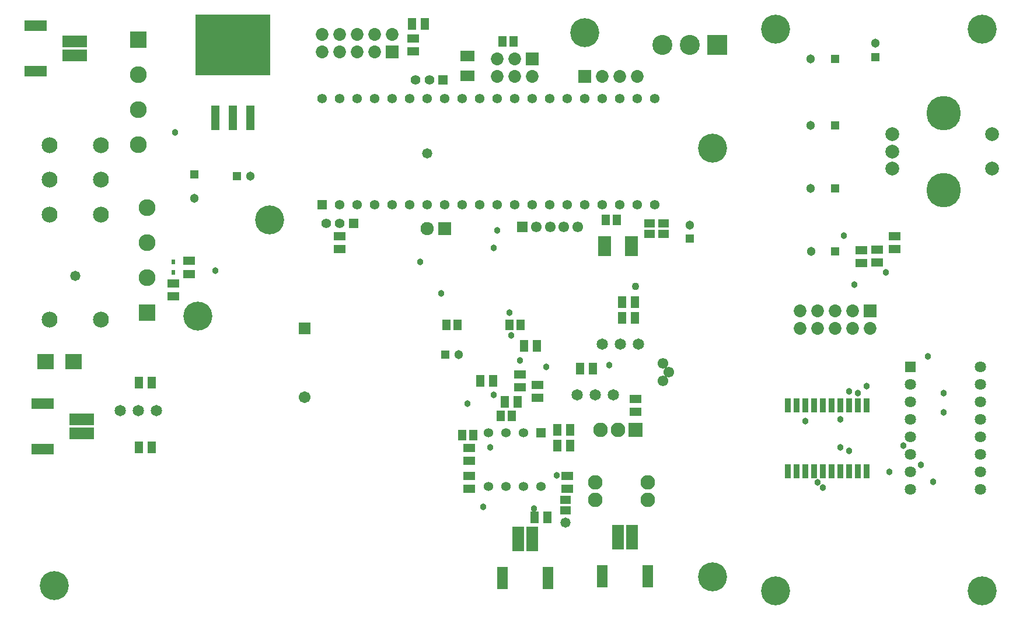
<source format=gbr>
G04*
G04 #@! TF.GenerationSoftware,Altium Limited,Altium Designer,22.4.2 (48)*
G04*
G04 Layer_Color=8388736*
%FSLAX25Y25*%
%MOIN*%
G70*
G04*
G04 #@! TF.SameCoordinates,783B880F-F190-4A79-90E1-06678E82802B*
G04*
G04*
G04 #@! TF.FilePolarity,Negative*
G04*
G01*
G75*
%ADD31R,0.04934X0.06509*%
%ADD32R,0.06312X0.13005*%
%ADD33R,0.06706X0.14186*%
%ADD34R,0.06509X0.04934*%
%ADD35R,0.03556X0.08280*%
%ADD36R,0.04580X0.06272*%
%ADD37R,0.06272X0.04580*%
%ADD38R,0.02454X0.02965*%
%ADD39R,0.09461X0.09068*%
%ADD40R,0.42926X0.34658*%
%ADD41R,0.04737X0.14186*%
%ADD42R,0.13005X0.06312*%
%ADD43R,0.14186X0.06706*%
%ADD44R,0.07493X0.11824*%
%ADD45R,0.07887X0.06076*%
%ADD46C,0.19698*%
%ADD47C,0.07887*%
%ADD48C,0.05131*%
%ADD49R,0.05131X0.05131*%
%ADD50R,0.06410X0.06410*%
%ADD51C,0.06410*%
%ADD52C,0.07296*%
%ADD53R,0.07296X0.07296*%
%ADD54R,0.05131X0.05131*%
%ADD55C,0.05461*%
%ADD56C,0.06469*%
%ADD57C,0.05359*%
%ADD58R,0.05359X0.05359*%
%ADD59C,0.06115*%
%ADD60C,0.08359*%
%ADD61R,0.08359X0.08359*%
%ADD62C,0.11430*%
%ADD63R,0.11430X0.11430*%
%ADD64C,0.08300*%
%ADD65C,0.06706*%
%ADD66R,0.06706X0.06706*%
%ADD67C,0.09068*%
%ADD68C,0.09599*%
%ADD69R,0.09599X0.09599*%
%ADD70R,0.05461X0.05461*%
%ADD71R,0.05524X0.05524*%
%ADD72C,0.05524*%
%ADD73R,0.06115X0.06115*%
%ADD74C,0.07591*%
%ADD75R,0.07591X0.07591*%
%ADD76C,0.16548*%
%ADD77C,0.03800*%
%ADD78C,0.04300*%
%ADD79C,0.05800*%
D31*
X232740Y338000D02*
D03*
X225260D02*
D03*
X69260Y96000D02*
D03*
X76740D02*
D03*
X271740Y134000D02*
D03*
X264260D02*
D03*
X296740Y154000D02*
D03*
X289260D02*
D03*
X285740Y122000D02*
D03*
X278260D02*
D03*
X308260Y106000D02*
D03*
X315740D02*
D03*
X308260Y97000D02*
D03*
X315740D02*
D03*
X302740Y56000D02*
D03*
X295260D02*
D03*
X345260Y179000D02*
D03*
X352740D02*
D03*
X345260Y170000D02*
D03*
X352740D02*
D03*
X321260Y141000D02*
D03*
X328740D02*
D03*
X76740Y133000D02*
D03*
X69260D02*
D03*
D32*
X277008Y21354D02*
D03*
X302992D02*
D03*
X334008Y22354D02*
D03*
X359992D02*
D03*
D33*
X286063Y43598D02*
D03*
X293937D02*
D03*
X343063Y44598D02*
D03*
X350937D02*
D03*
D34*
X501000Y209260D02*
D03*
Y216740D02*
D03*
X482000Y208740D02*
D03*
Y201260D02*
D03*
X491000Y209000D02*
D03*
Y201520D02*
D03*
X287000Y130260D02*
D03*
Y137740D02*
D03*
X297000Y124260D02*
D03*
Y131740D02*
D03*
X258000Y95740D02*
D03*
Y88260D02*
D03*
Y79740D02*
D03*
Y72260D02*
D03*
X314000Y79740D02*
D03*
Y72260D02*
D03*
X353000Y123740D02*
D03*
Y116260D02*
D03*
X98000Y195000D02*
D03*
Y202480D02*
D03*
X89000Y182260D02*
D03*
Y189740D02*
D03*
X184000Y216740D02*
D03*
Y209260D02*
D03*
X226000Y322260D02*
D03*
Y329740D02*
D03*
D35*
X485000Y82205D02*
D03*
X480000D02*
D03*
X475000D02*
D03*
X470000D02*
D03*
X465000D02*
D03*
X460000D02*
D03*
X455000D02*
D03*
X450000D02*
D03*
X445000D02*
D03*
X440000D02*
D03*
Y120000D02*
D03*
X445000D02*
D03*
X450000D02*
D03*
X455000D02*
D03*
X460000D02*
D03*
X465000D02*
D03*
X470000D02*
D03*
X475000D02*
D03*
X480000D02*
D03*
X485000D02*
D03*
D36*
X244890Y166000D02*
D03*
X251110D02*
D03*
X287110D02*
D03*
X280890D02*
D03*
X282110Y114000D02*
D03*
X275890D02*
D03*
X253890Y103000D02*
D03*
X260110D02*
D03*
X335890Y226000D02*
D03*
X342110D02*
D03*
X276890Y328000D02*
D03*
X283110D02*
D03*
D37*
X313000Y66110D02*
D03*
Y59890D02*
D03*
X369000Y217890D02*
D03*
Y224110D02*
D03*
X361000Y217890D02*
D03*
Y224110D02*
D03*
D38*
X89000Y202051D02*
D03*
Y195949D02*
D03*
D39*
X15929Y145000D02*
D03*
X32071D02*
D03*
D40*
X123000Y326000D02*
D03*
D41*
X133000Y284268D02*
D03*
X123000D02*
D03*
X113000D02*
D03*
D42*
X14354Y120992D02*
D03*
Y95008D02*
D03*
X10354Y336992D02*
D03*
Y311008D02*
D03*
D43*
X36598Y111937D02*
D03*
Y104063D02*
D03*
X32598Y327937D02*
D03*
Y320063D02*
D03*
D44*
X350677Y211000D02*
D03*
X335323D02*
D03*
D45*
X257000Y319630D02*
D03*
Y308370D02*
D03*
D46*
X529000Y287047D02*
D03*
Y242953D02*
D03*
D47*
X556559Y255157D02*
D03*
Y274843D02*
D03*
X499472Y265000D02*
D03*
Y255157D02*
D03*
Y274843D02*
D03*
D48*
X453000Y280000D02*
D03*
Y318000D02*
D03*
Y244000D02*
D03*
X453220Y208000D02*
D03*
X384000Y223000D02*
D03*
X252000Y149000D02*
D03*
X101000Y238220D02*
D03*
X133000Y251000D02*
D03*
X490000Y326874D02*
D03*
D49*
X466780Y280000D02*
D03*
Y318000D02*
D03*
Y244000D02*
D03*
X467000Y208000D02*
D03*
X244126Y149000D02*
D03*
X125126Y251000D02*
D03*
D50*
X510000Y142000D02*
D03*
D51*
Y132000D02*
D03*
Y122000D02*
D03*
Y112000D02*
D03*
Y102000D02*
D03*
Y92000D02*
D03*
Y82000D02*
D03*
Y72000D02*
D03*
X550000D02*
D03*
Y82000D02*
D03*
Y92000D02*
D03*
Y102000D02*
D03*
Y112000D02*
D03*
Y122000D02*
D03*
Y132000D02*
D03*
Y142000D02*
D03*
D52*
X447000Y164000D02*
D03*
Y174000D02*
D03*
X457000Y164000D02*
D03*
Y174000D02*
D03*
X467000Y164000D02*
D03*
Y174000D02*
D03*
X477000Y164000D02*
D03*
Y174000D02*
D03*
X487000Y164000D02*
D03*
X274000Y308000D02*
D03*
Y318000D02*
D03*
X284000Y308000D02*
D03*
Y318000D02*
D03*
X294000Y308000D02*
D03*
X174000Y332000D02*
D03*
Y322000D02*
D03*
X184000Y332000D02*
D03*
Y322000D02*
D03*
X194000Y332000D02*
D03*
Y322000D02*
D03*
X204000Y332000D02*
D03*
Y322000D02*
D03*
X214000Y332000D02*
D03*
X354000Y308000D02*
D03*
X344000D02*
D03*
X334000D02*
D03*
D53*
X487000Y174000D02*
D03*
X294000Y318000D02*
D03*
X214000Y322000D02*
D03*
X324000Y308000D02*
D03*
D54*
X384000Y215126D02*
D03*
X101000Y252000D02*
D03*
X490000Y319000D02*
D03*
D55*
X354000Y234626D02*
D03*
X174000Y295374D02*
D03*
X184000D02*
D03*
X194000D02*
D03*
X204000D02*
D03*
X214000D02*
D03*
X224000D02*
D03*
X234000D02*
D03*
X244000D02*
D03*
X254000D02*
D03*
X264000D02*
D03*
X274000D02*
D03*
X284000D02*
D03*
X294000D02*
D03*
X304000D02*
D03*
X314000D02*
D03*
X324000D02*
D03*
X334000D02*
D03*
X344000D02*
D03*
X354000D02*
D03*
X364000D02*
D03*
Y234626D02*
D03*
X344000D02*
D03*
X334000D02*
D03*
X324000D02*
D03*
X314000D02*
D03*
X304000D02*
D03*
X294000D02*
D03*
X284000D02*
D03*
X274000D02*
D03*
X264000D02*
D03*
X254000D02*
D03*
X244000D02*
D03*
X234000D02*
D03*
X224000D02*
D03*
X214000D02*
D03*
X204000D02*
D03*
X194000D02*
D03*
X184000D02*
D03*
D56*
X340236Y126000D02*
D03*
X330000D02*
D03*
X319764D02*
D03*
X354472Y155000D02*
D03*
X344236D02*
D03*
X334000D02*
D03*
X58764Y117000D02*
D03*
X69000D02*
D03*
X79236D02*
D03*
D57*
X299000Y73626D02*
D03*
X289000D02*
D03*
X279000D02*
D03*
X269000D02*
D03*
Y104374D02*
D03*
X279000D02*
D03*
X289000D02*
D03*
D58*
X299000D02*
D03*
D59*
X368654Y134000D02*
D03*
X372000Y139000D02*
D03*
X368654Y144000D02*
D03*
X319874Y222000D02*
D03*
X312000D02*
D03*
X304126D02*
D03*
X296252D02*
D03*
D60*
X333000Y106000D02*
D03*
X343000D02*
D03*
D61*
X353000D02*
D03*
D62*
X368409Y326000D02*
D03*
X384000D02*
D03*
D63*
X399591D02*
D03*
D64*
X360000Y76000D02*
D03*
Y66000D02*
D03*
X330000D02*
D03*
Y76000D02*
D03*
D65*
X164000Y124630D02*
D03*
D66*
Y164000D02*
D03*
D67*
X18236Y169000D02*
D03*
Y229079D02*
D03*
Y248921D02*
D03*
Y268764D02*
D03*
X47764D02*
D03*
Y248921D02*
D03*
Y229079D02*
D03*
Y169000D02*
D03*
D68*
X69000Y269000D02*
D03*
Y289000D02*
D03*
Y309000D02*
D03*
X74000Y233000D02*
D03*
Y213000D02*
D03*
Y193000D02*
D03*
D69*
X69000Y329000D02*
D03*
X74000Y173000D02*
D03*
D70*
X174000Y234626D02*
D03*
D71*
X243000Y306000D02*
D03*
X191874Y224000D02*
D03*
D72*
X235126Y306000D02*
D03*
X227252D02*
D03*
X184000Y224000D02*
D03*
X176126D02*
D03*
D73*
X288378Y222000D02*
D03*
D74*
X234000Y221000D02*
D03*
D75*
X244000D02*
D03*
D76*
X103000Y171000D02*
D03*
X144000Y226000D02*
D03*
X21000Y17000D02*
D03*
X397000Y22000D02*
D03*
X324000Y333000D02*
D03*
X397000Y267000D02*
D03*
X433000Y14000D02*
D03*
X551000D02*
D03*
X433000Y335000D02*
D03*
X551000D02*
D03*
D77*
X520000Y148000D02*
D03*
X480000Y127000D02*
D03*
X485000Y131000D02*
D03*
X470000Y112000D02*
D03*
X529000Y116000D02*
D03*
Y127000D02*
D03*
X475000Y128000D02*
D03*
X450000Y111000D02*
D03*
X506000Y97000D02*
D03*
X470000Y96000D02*
D03*
X475000Y94000D02*
D03*
X498025Y82000D02*
D03*
X456984Y76000D02*
D03*
X460000Y73000D02*
D03*
X523000Y76407D02*
D03*
X516000Y86000D02*
D03*
X478000Y189000D02*
D03*
X472000Y217000D02*
D03*
X496000Y196000D02*
D03*
X272000Y210000D02*
D03*
X242000Y184000D02*
D03*
X230000Y202000D02*
D03*
X287000Y145525D02*
D03*
X281000Y173000D02*
D03*
X282000Y160000D02*
D03*
X308000Y80000D02*
D03*
X302000Y142000D02*
D03*
X274000Y220000D02*
D03*
X270000Y96000D02*
D03*
X272000Y126000D02*
D03*
X257000Y121000D02*
D03*
X266000Y62000D02*
D03*
X295000Y61000D02*
D03*
X338000Y143000D02*
D03*
X113000Y197000D02*
D03*
X90000Y276000D02*
D03*
D78*
X353000Y188000D02*
D03*
D79*
X313000Y53000D02*
D03*
X234000Y264000D02*
D03*
X33000Y194000D02*
D03*
M02*

</source>
